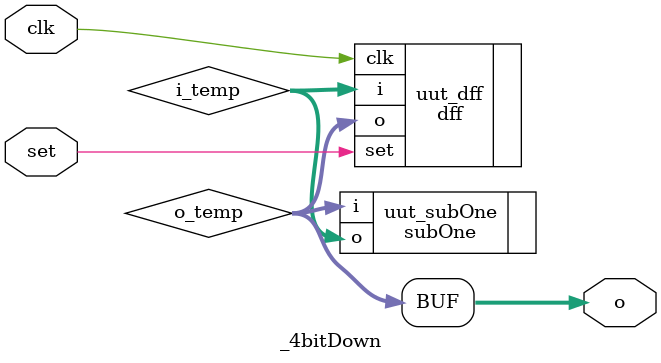
<source format=v>

module _4bitDown(
  input wire clk, set, // wire = physical connection, reg = memory element
  output wire [3:0] o
);
  wire [3:0] i_temp, o_temp;
  dff uut_dff(
    .clk(clk), .set(set),
    .i(i_temp),
    .o(o_temp)
  );
  subOne uut_subOne(
    // the INPUT of 4bit is passed as OUTPUT of subOne
    // the OUTPUT of 4bit is passed as INPUT of subOne
    .i(o_temp),
    .o(i_temp)
  );
  assign o = o_temp;

endmodule
</source>
